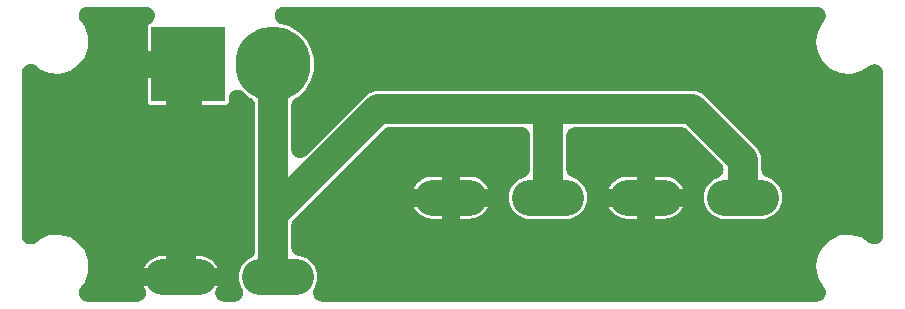
<source format=gbr>
G04 EAGLE Gerber RS-274X export*
G75*
%MOMM*%
%FSLAX34Y34*%
%LPD*%
%INTop Copper*%
%IPPOS*%
%AMOC8*
5,1,8,0,0,1.08239X$1,22.5*%
G01*
%ADD10C,3.048000*%
%ADD11R,6.350000X6.350000*%
%ADD12C,6.350000*%
%ADD13C,2.540000*%

G36*
X715161Y40281D02*
X715161Y40281D01*
X715450Y40288D01*
X715550Y40300D01*
X715652Y40306D01*
X715938Y40350D01*
X716224Y40386D01*
X716323Y40410D01*
X716423Y40425D01*
X716703Y40498D01*
X716984Y40564D01*
X717080Y40597D01*
X717178Y40623D01*
X717449Y40724D01*
X717722Y40818D01*
X717814Y40861D01*
X717909Y40897D01*
X718168Y41026D01*
X718430Y41147D01*
X718517Y41199D01*
X718608Y41244D01*
X718852Y41399D01*
X719100Y41546D01*
X719182Y41607D01*
X719268Y41661D01*
X719495Y41840D01*
X719727Y42012D01*
X719802Y42081D01*
X719882Y42144D01*
X720089Y42344D01*
X720302Y42539D01*
X720369Y42615D01*
X720443Y42686D01*
X720629Y42907D01*
X720820Y43123D01*
X720880Y43205D01*
X720945Y43283D01*
X721108Y43522D01*
X721276Y43756D01*
X721327Y43844D01*
X721384Y43928D01*
X721521Y44183D01*
X721665Y44433D01*
X721706Y44526D01*
X721755Y44615D01*
X721865Y44882D01*
X721983Y45146D01*
X722014Y45243D01*
X722053Y45337D01*
X722136Y45613D01*
X722226Y45888D01*
X722247Y45987D01*
X722276Y46084D01*
X722330Y46368D01*
X722391Y46650D01*
X722403Y46751D01*
X722422Y46851D01*
X722446Y47139D01*
X722478Y47426D01*
X722479Y47528D01*
X722488Y47629D01*
X722483Y47917D01*
X722485Y48206D01*
X722476Y48308D01*
X722474Y48409D01*
X722439Y48696D01*
X722412Y48983D01*
X722393Y49083D01*
X722380Y49184D01*
X722317Y49465D01*
X722260Y49749D01*
X722231Y49846D01*
X722208Y49945D01*
X722116Y50219D01*
X722031Y50495D01*
X721991Y50589D01*
X721959Y50685D01*
X721839Y50948D01*
X721726Y51214D01*
X721678Y51302D01*
X721635Y51395D01*
X721489Y51645D01*
X721350Y51897D01*
X721292Y51981D01*
X721241Y52069D01*
X721070Y52302D01*
X720906Y52539D01*
X720839Y52616D01*
X720779Y52698D01*
X720586Y52912D01*
X720398Y53132D01*
X720303Y53225D01*
X720256Y53277D01*
X720187Y53339D01*
X720046Y53477D01*
X715806Y61314D01*
X714340Y70100D01*
X715806Y78886D01*
X720046Y86721D01*
X726599Y92754D01*
X734757Y96332D01*
X743635Y97068D01*
X752270Y94881D01*
X759448Y90192D01*
X759555Y90129D01*
X759659Y90059D01*
X759893Y89932D01*
X760122Y89799D01*
X760235Y89748D01*
X760345Y89688D01*
X760591Y89587D01*
X760833Y89477D01*
X760951Y89438D01*
X761067Y89390D01*
X761322Y89314D01*
X761573Y89230D01*
X761695Y89203D01*
X761815Y89167D01*
X762076Y89117D01*
X762335Y89059D01*
X762459Y89045D01*
X762581Y89022D01*
X762846Y88999D01*
X763110Y88968D01*
X763235Y88966D01*
X763359Y88955D01*
X763624Y88960D01*
X763890Y88956D01*
X764015Y88967D01*
X764139Y88969D01*
X764403Y89001D01*
X764668Y89024D01*
X764791Y89048D01*
X764914Y89063D01*
X765173Y89121D01*
X765434Y89171D01*
X765554Y89207D01*
X765675Y89235D01*
X765927Y89320D01*
X766182Y89396D01*
X766297Y89444D01*
X766415Y89484D01*
X766657Y89594D01*
X766902Y89697D01*
X767012Y89756D01*
X767125Y89808D01*
X767355Y89942D01*
X767588Y90069D01*
X767691Y90139D01*
X767799Y90202D01*
X768013Y90360D01*
X768232Y90510D01*
X768328Y90590D01*
X768428Y90664D01*
X768625Y90842D01*
X768828Y91014D01*
X768915Y91104D01*
X769007Y91187D01*
X769185Y91384D01*
X769369Y91576D01*
X769446Y91674D01*
X769530Y91767D01*
X769686Y91981D01*
X769850Y92191D01*
X769916Y92297D01*
X769990Y92397D01*
X770124Y92627D01*
X770265Y92852D01*
X770320Y92964D01*
X770383Y93071D01*
X770493Y93314D01*
X770611Y93552D01*
X770654Y93668D01*
X770706Y93782D01*
X770790Y94034D01*
X770883Y94283D01*
X770914Y94404D01*
X770954Y94522D01*
X771012Y94781D01*
X771079Y95039D01*
X771098Y95162D01*
X771125Y95284D01*
X771156Y95547D01*
X771196Y95810D01*
X771202Y95935D01*
X771217Y96059D01*
X771234Y96570D01*
X771234Y233630D01*
X771228Y233754D01*
X771230Y233879D01*
X771208Y234144D01*
X771194Y234409D01*
X771175Y234532D01*
X771165Y234657D01*
X771116Y234918D01*
X771075Y235180D01*
X771043Y235301D01*
X771020Y235424D01*
X770944Y235678D01*
X770877Y235935D01*
X770833Y236052D01*
X770798Y236172D01*
X770696Y236417D01*
X770603Y236666D01*
X770548Y236778D01*
X770500Y236893D01*
X770374Y237127D01*
X770256Y237365D01*
X770189Y237471D01*
X770130Y237580D01*
X769981Y237800D01*
X769839Y238025D01*
X769762Y238123D01*
X769692Y238226D01*
X769521Y238429D01*
X769356Y238639D01*
X769270Y238728D01*
X769190Y238824D01*
X768999Y239008D01*
X768814Y239200D01*
X768718Y239280D01*
X768629Y239367D01*
X768420Y239531D01*
X768217Y239702D01*
X768114Y239772D01*
X768016Y239850D01*
X767791Y239992D01*
X767572Y240141D01*
X767462Y240200D01*
X767356Y240267D01*
X767119Y240386D01*
X766885Y240512D01*
X766769Y240559D01*
X766658Y240615D01*
X766409Y240708D01*
X766163Y240810D01*
X766044Y240846D01*
X765927Y240890D01*
X765670Y240957D01*
X765416Y241033D01*
X765293Y241056D01*
X765172Y241088D01*
X764910Y241129D01*
X764649Y241178D01*
X764525Y241189D01*
X764401Y241208D01*
X764135Y241222D01*
X763871Y241245D01*
X763747Y241242D01*
X763622Y241249D01*
X763356Y241236D01*
X763091Y241231D01*
X762967Y241216D01*
X762842Y241210D01*
X762579Y241169D01*
X762316Y241137D01*
X762194Y241110D01*
X762071Y241091D01*
X761814Y241024D01*
X761555Y240965D01*
X761436Y240925D01*
X761316Y240894D01*
X761067Y240801D01*
X760815Y240716D01*
X760701Y240664D01*
X760585Y240620D01*
X760347Y240503D01*
X760105Y240392D01*
X759997Y240329D01*
X759885Y240274D01*
X759448Y240008D01*
X752270Y235319D01*
X743635Y233132D01*
X734757Y233868D01*
X726599Y237446D01*
X720046Y243479D01*
X715806Y251314D01*
X714340Y260100D01*
X715806Y268886D01*
X720047Y276724D01*
X720235Y276915D01*
X720443Y277116D01*
X720508Y277194D01*
X720579Y277267D01*
X720759Y277492D01*
X720945Y277713D01*
X721003Y277797D01*
X721066Y277877D01*
X721221Y278119D01*
X721384Y278359D01*
X721433Y278448D01*
X721487Y278534D01*
X721617Y278791D01*
X721755Y279045D01*
X721794Y279140D01*
X721840Y279230D01*
X721943Y279499D01*
X722053Y279767D01*
X722082Y279864D01*
X722119Y279959D01*
X722194Y280238D01*
X722276Y280515D01*
X722295Y280615D01*
X722322Y280713D01*
X722368Y280998D01*
X722422Y281281D01*
X722430Y281383D01*
X722446Y281483D01*
X722463Y281772D01*
X722488Y282059D01*
X722486Y282161D01*
X722492Y282262D01*
X722479Y282551D01*
X722474Y282839D01*
X722462Y282940D01*
X722457Y283042D01*
X722415Y283328D01*
X722380Y283614D01*
X722358Y283713D01*
X722343Y283814D01*
X722272Y284094D01*
X722208Y284375D01*
X722176Y284472D01*
X722151Y284570D01*
X722051Y284842D01*
X721959Y285115D01*
X721917Y285208D01*
X721882Y285303D01*
X721755Y285562D01*
X721635Y285825D01*
X721584Y285913D01*
X721539Y286004D01*
X721387Y286250D01*
X721241Y286499D01*
X721181Y286581D01*
X721127Y286667D01*
X720950Y286895D01*
X720779Y287128D01*
X720711Y287204D01*
X720649Y287284D01*
X720449Y287493D01*
X720256Y287707D01*
X720180Y287775D01*
X720110Y287849D01*
X719890Y288037D01*
X719676Y288230D01*
X719594Y288289D01*
X719516Y288356D01*
X719278Y288520D01*
X719046Y288690D01*
X718958Y288741D01*
X718874Y288799D01*
X718621Y288938D01*
X718372Y289083D01*
X718279Y289125D01*
X718190Y289174D01*
X717924Y289286D01*
X717661Y289406D01*
X717564Y289438D01*
X717471Y289478D01*
X717194Y289562D01*
X716921Y289654D01*
X716822Y289676D01*
X716724Y289706D01*
X716441Y289762D01*
X716159Y289825D01*
X716058Y289837D01*
X715959Y289856D01*
X715671Y289883D01*
X715384Y289917D01*
X715252Y289921D01*
X715181Y289928D01*
X715088Y289927D01*
X714873Y289934D01*
X263558Y289934D01*
X263384Y289925D01*
X263210Y289926D01*
X262995Y289905D01*
X262778Y289894D01*
X262606Y289868D01*
X262433Y289851D01*
X262221Y289808D01*
X262007Y289775D01*
X261838Y289731D01*
X261668Y289696D01*
X261461Y289632D01*
X261252Y289577D01*
X261089Y289516D01*
X260923Y289464D01*
X260724Y289379D01*
X260521Y289303D01*
X260365Y289226D01*
X260205Y289157D01*
X260016Y289052D01*
X259822Y288956D01*
X259675Y288863D01*
X259523Y288778D01*
X259346Y288655D01*
X259162Y288539D01*
X259025Y288431D01*
X258883Y288332D01*
X258719Y288191D01*
X258549Y288056D01*
X258424Y287935D01*
X258292Y287822D01*
X258144Y287665D01*
X257988Y287514D01*
X257875Y287381D01*
X257756Y287254D01*
X257625Y287083D01*
X257485Y286917D01*
X257387Y286773D01*
X257281Y286635D01*
X257168Y286451D01*
X257046Y286272D01*
X256963Y286118D01*
X256872Y285970D01*
X256778Y285775D01*
X256676Y285585D01*
X256609Y285424D01*
X256534Y285267D01*
X256460Y285064D01*
X256377Y284863D01*
X256327Y284697D01*
X256268Y284533D01*
X256216Y284323D01*
X256154Y284116D01*
X256122Y283945D01*
X256080Y283776D01*
X256049Y283561D01*
X256009Y283349D01*
X255994Y283175D01*
X255969Y283003D01*
X255961Y282787D01*
X255943Y282571D01*
X255946Y282397D01*
X255939Y282223D01*
X255953Y282007D01*
X255956Y281791D01*
X255977Y281618D01*
X255988Y281444D01*
X256024Y281231D01*
X256050Y281016D01*
X256088Y280846D01*
X256117Y280675D01*
X256174Y280466D01*
X256222Y280255D01*
X256278Y280090D01*
X256324Y279922D01*
X256402Y279720D01*
X256471Y279515D01*
X256544Y279357D01*
X256607Y279195D01*
X256705Y279002D01*
X256795Y278805D01*
X256883Y278654D01*
X256962Y278500D01*
X257080Y278318D01*
X257190Y278131D01*
X257292Y277991D01*
X257387Y277845D01*
X257523Y277676D01*
X257651Y277502D01*
X257768Y277373D01*
X257877Y277237D01*
X258029Y277084D01*
X258174Y276923D01*
X258304Y276807D01*
X258426Y276683D01*
X258594Y276545D01*
X258754Y276401D01*
X258895Y276298D01*
X259029Y276188D01*
X259210Y276068D01*
X259385Y275940D01*
X259535Y275852D01*
X259680Y275756D01*
X259871Y275656D01*
X260059Y275547D01*
X260217Y275475D01*
X260371Y275394D01*
X260572Y275314D01*
X260769Y275224D01*
X260935Y275169D01*
X261096Y275104D01*
X261433Y275002D01*
X261509Y274976D01*
X261539Y274970D01*
X261586Y274955D01*
X267936Y273254D01*
X275755Y268739D01*
X282139Y262355D01*
X286654Y254536D01*
X288991Y245815D01*
X288991Y236785D01*
X286654Y228064D01*
X282139Y220245D01*
X275755Y213861D01*
X273750Y212703D01*
X273566Y212584D01*
X273376Y212473D01*
X273239Y212372D01*
X273095Y212279D01*
X272924Y212141D01*
X272747Y212011D01*
X272620Y211897D01*
X272487Y211790D01*
X272331Y211635D01*
X272168Y211488D01*
X272054Y211361D01*
X271932Y211241D01*
X271793Y211071D01*
X271645Y210908D01*
X271545Y210770D01*
X271436Y210638D01*
X271315Y210455D01*
X271185Y210278D01*
X271099Y210130D01*
X271005Y209988D01*
X270903Y209794D01*
X270792Y209604D01*
X270721Y209448D01*
X270642Y209297D01*
X270560Y209093D01*
X270469Y208893D01*
X270415Y208731D01*
X270351Y208573D01*
X270291Y208361D01*
X270221Y208153D01*
X270184Y207987D01*
X270137Y207822D01*
X270098Y207606D01*
X270050Y207391D01*
X270030Y207222D01*
X270000Y207054D01*
X269984Y206834D01*
X269958Y206616D01*
X269950Y206371D01*
X269943Y206275D01*
X269944Y206214D01*
X269941Y206105D01*
X269941Y169489D01*
X269947Y169358D01*
X269945Y169227D01*
X269967Y168969D01*
X269981Y168709D01*
X270001Y168580D01*
X270012Y168449D01*
X270060Y168195D01*
X270100Y167938D01*
X270133Y167811D01*
X270158Y167682D01*
X270232Y167434D01*
X270298Y167183D01*
X270344Y167060D01*
X270382Y166934D01*
X270481Y166695D01*
X270572Y166452D01*
X270630Y166335D01*
X270681Y166214D01*
X270804Y165985D01*
X270919Y165753D01*
X270989Y165643D01*
X271052Y165527D01*
X271198Y165313D01*
X271336Y165094D01*
X271417Y164990D01*
X271491Y164882D01*
X271658Y164684D01*
X271819Y164480D01*
X271910Y164386D01*
X271994Y164285D01*
X272181Y164106D01*
X272361Y163919D01*
X272462Y163834D01*
X272556Y163743D01*
X272760Y163583D01*
X272958Y163416D01*
X273067Y163342D01*
X273170Y163261D01*
X273389Y163123D01*
X273603Y162977D01*
X273719Y162915D01*
X273830Y162845D01*
X274062Y162730D01*
X274290Y162607D01*
X274412Y162557D01*
X274529Y162498D01*
X274772Y162408D01*
X275012Y162308D01*
X275138Y162271D01*
X275260Y162225D01*
X275511Y162160D01*
X275759Y162085D01*
X275889Y162061D01*
X276015Y162028D01*
X276271Y161988D01*
X276526Y161940D01*
X276657Y161929D01*
X276787Y161909D01*
X277046Y161896D01*
X277304Y161874D01*
X277435Y161876D01*
X277566Y161870D01*
X277825Y161883D01*
X278084Y161888D01*
X278215Y161903D01*
X278346Y161910D01*
X278602Y161950D01*
X278859Y161981D01*
X278987Y162010D01*
X279117Y162030D01*
X279367Y162096D01*
X279620Y162153D01*
X279745Y162195D01*
X279872Y162229D01*
X280115Y162320D01*
X280360Y162403D01*
X280479Y162457D01*
X280602Y162503D01*
X280834Y162619D01*
X281070Y162726D01*
X281184Y162793D01*
X281301Y162851D01*
X281520Y162990D01*
X281744Y163121D01*
X281849Y163198D01*
X281960Y163269D01*
X282164Y163429D01*
X282373Y163582D01*
X282470Y163670D01*
X282574Y163752D01*
X282948Y164101D01*
X329608Y210762D01*
X334967Y216120D01*
X340568Y218441D01*
X612632Y218441D01*
X618233Y216120D01*
X660061Y174292D01*
X660062Y174292D01*
X660066Y174288D01*
X660066Y174287D01*
X665420Y168933D01*
X667741Y163332D01*
X667741Y152746D01*
X667758Y152419D01*
X667769Y152091D01*
X667778Y152029D01*
X667781Y151967D01*
X667831Y151642D01*
X667876Y151318D01*
X667891Y151257D01*
X667900Y151196D01*
X667983Y150879D01*
X668061Y150560D01*
X668082Y150501D01*
X668098Y150441D01*
X668213Y150134D01*
X668323Y149825D01*
X668350Y149768D01*
X668372Y149710D01*
X668518Y149416D01*
X668659Y149120D01*
X668691Y149067D01*
X668719Y149011D01*
X668894Y148734D01*
X669065Y148454D01*
X669103Y148404D01*
X669136Y148351D01*
X669339Y148093D01*
X669537Y147832D01*
X669580Y147787D01*
X669619Y147738D01*
X669847Y147502D01*
X670070Y147262D01*
X670118Y147221D01*
X670161Y147177D01*
X670412Y146966D01*
X670659Y146750D01*
X670710Y146714D01*
X670758Y146674D01*
X671029Y146489D01*
X671297Y146301D01*
X671352Y146270D01*
X671403Y146235D01*
X671692Y146079D01*
X671978Y145919D01*
X672050Y145886D01*
X672090Y145864D01*
X672176Y145829D01*
X672444Y145707D01*
X677812Y143484D01*
X682814Y138482D01*
X685521Y131947D01*
X685521Y124873D01*
X682814Y118338D01*
X677812Y113336D01*
X671277Y110629D01*
X633723Y110629D01*
X627188Y113336D01*
X622186Y118338D01*
X619479Y124873D01*
X619479Y131947D01*
X622186Y138482D01*
X627188Y143484D01*
X631201Y145146D01*
X631379Y145231D01*
X631561Y145306D01*
X631731Y145398D01*
X631906Y145481D01*
X632074Y145583D01*
X632248Y145677D01*
X632408Y145787D01*
X632573Y145887D01*
X632730Y146006D01*
X632893Y146117D01*
X633040Y146241D01*
X633195Y146359D01*
X633339Y146493D01*
X633489Y146620D01*
X633624Y146759D01*
X633765Y146891D01*
X633895Y147040D01*
X634031Y147181D01*
X634151Y147334D01*
X634278Y147480D01*
X634392Y147641D01*
X634513Y147795D01*
X634616Y147959D01*
X634728Y148117D01*
X634825Y148289D01*
X634929Y148456D01*
X635015Y148629D01*
X635110Y148798D01*
X635189Y148978D01*
X635276Y149155D01*
X635344Y149336D01*
X635421Y149514D01*
X635481Y149701D01*
X635550Y149886D01*
X635598Y150073D01*
X635657Y150258D01*
X635697Y150450D01*
X635747Y150641D01*
X635776Y150833D01*
X635816Y151022D01*
X635836Y151218D01*
X635866Y151412D01*
X635875Y151606D01*
X635895Y151798D01*
X635895Y151995D01*
X635905Y152192D01*
X635895Y152385D01*
X635895Y152579D01*
X635875Y152775D01*
X635864Y152971D01*
X635835Y153162D01*
X635815Y153355D01*
X635774Y153548D01*
X635744Y153742D01*
X635695Y153930D01*
X635655Y154119D01*
X635596Y154307D01*
X635546Y154497D01*
X635478Y154679D01*
X635419Y154863D01*
X635340Y155043D01*
X635271Y155228D01*
X635185Y155401D01*
X635108Y155579D01*
X635011Y155750D01*
X634923Y155926D01*
X634820Y156090D01*
X634725Y156259D01*
X634611Y156419D01*
X634506Y156586D01*
X634386Y156738D01*
X634274Y156896D01*
X634145Y157045D01*
X634023Y157199D01*
X633822Y157414D01*
X633761Y157484D01*
X633727Y157516D01*
X633673Y157573D01*
X605519Y185728D01*
X605516Y185730D01*
X605514Y185732D01*
X605221Y185996D01*
X604939Y186251D01*
X604937Y186252D01*
X604934Y186255D01*
X604623Y186482D01*
X604309Y186711D01*
X604307Y186713D01*
X604304Y186715D01*
X603977Y186906D01*
X603636Y187105D01*
X603633Y187107D01*
X603630Y187108D01*
X603280Y187267D01*
X602925Y187428D01*
X602922Y187429D01*
X602919Y187431D01*
X602561Y187551D01*
X602185Y187677D01*
X602182Y187678D01*
X602179Y187679D01*
X601818Y187760D01*
X601424Y187849D01*
X601421Y187849D01*
X601418Y187850D01*
X601052Y187893D01*
X600649Y187942D01*
X600646Y187942D01*
X600643Y187942D01*
X600131Y187959D01*
X510360Y187959D01*
X510098Y187946D01*
X509836Y187941D01*
X509709Y187926D01*
X509581Y187919D01*
X509321Y187879D01*
X509061Y187848D01*
X508936Y187819D01*
X508809Y187800D01*
X508555Y187733D01*
X508300Y187675D01*
X508178Y187634D01*
X508054Y187602D01*
X507808Y187510D01*
X507560Y187426D01*
X507443Y187373D01*
X507323Y187328D01*
X507089Y187211D01*
X506850Y187103D01*
X506739Y187038D01*
X506625Y186981D01*
X506403Y186841D01*
X506176Y186708D01*
X506073Y186632D01*
X505965Y186564D01*
X505758Y186402D01*
X505547Y186247D01*
X505452Y186161D01*
X505351Y186081D01*
X505162Y185899D01*
X504968Y185723D01*
X504882Y185628D01*
X504790Y185539D01*
X504621Y185338D01*
X504445Y185143D01*
X504370Y185040D01*
X504287Y184942D01*
X504140Y184725D01*
X503985Y184513D01*
X503921Y184403D01*
X503849Y184297D01*
X503724Y184065D01*
X503592Y183839D01*
X503539Y183722D01*
X503478Y183610D01*
X503378Y183367D01*
X503269Y183128D01*
X503229Y183007D01*
X503180Y182888D01*
X503104Y182637D01*
X503021Y182388D01*
X502993Y182263D01*
X502957Y182141D01*
X502908Y181882D01*
X502850Y181627D01*
X502835Y181500D01*
X502811Y181374D01*
X502789Y181112D01*
X502758Y180852D01*
X502752Y180680D01*
X502745Y180596D01*
X502747Y180512D01*
X502741Y180340D01*
X502741Y152746D01*
X502758Y152419D01*
X502769Y152091D01*
X502778Y152029D01*
X502781Y151967D01*
X502831Y151642D01*
X502876Y151318D01*
X502891Y151257D01*
X502900Y151196D01*
X502983Y150879D01*
X503061Y150560D01*
X503082Y150501D01*
X503098Y150441D01*
X503213Y150134D01*
X503323Y149825D01*
X503350Y149768D01*
X503372Y149710D01*
X503518Y149416D01*
X503659Y149120D01*
X503691Y149067D01*
X503719Y149011D01*
X503894Y148734D01*
X504065Y148454D01*
X504103Y148404D01*
X504136Y148351D01*
X504339Y148093D01*
X504537Y147832D01*
X504580Y147787D01*
X504619Y147738D01*
X504847Y147502D01*
X505070Y147262D01*
X505118Y147221D01*
X505161Y147177D01*
X505412Y146966D01*
X505659Y146750D01*
X505710Y146714D01*
X505758Y146674D01*
X506029Y146489D01*
X506297Y146301D01*
X506352Y146270D01*
X506403Y146235D01*
X506692Y146079D01*
X506978Y145919D01*
X507050Y145886D01*
X507090Y145864D01*
X507176Y145829D01*
X507444Y145707D01*
X512812Y143484D01*
X517814Y138482D01*
X520521Y131947D01*
X520521Y124873D01*
X517814Y118338D01*
X512812Y113336D01*
X506277Y110629D01*
X468723Y110629D01*
X462188Y113336D01*
X457186Y118338D01*
X454479Y124873D01*
X454479Y131947D01*
X457186Y138482D01*
X462188Y143484D01*
X467556Y145707D01*
X467852Y145848D01*
X468150Y145984D01*
X468204Y146016D01*
X468261Y146042D01*
X468540Y146212D01*
X468824Y146379D01*
X468874Y146415D01*
X468927Y146448D01*
X469189Y146646D01*
X469453Y146840D01*
X469500Y146882D01*
X469549Y146920D01*
X469789Y147143D01*
X470032Y147363D01*
X470074Y147410D01*
X470120Y147452D01*
X470335Y147700D01*
X470555Y147943D01*
X470591Y147994D01*
X470632Y148041D01*
X470822Y148309D01*
X471015Y148573D01*
X471046Y148627D01*
X471082Y148678D01*
X471243Y148964D01*
X471408Y149247D01*
X471434Y149305D01*
X471465Y149359D01*
X471595Y149659D01*
X471731Y149958D01*
X471751Y150018D01*
X471775Y150075D01*
X471874Y150387D01*
X471979Y150698D01*
X471993Y150759D01*
X472011Y150819D01*
X472078Y151139D01*
X472150Y151460D01*
X472157Y151522D01*
X472170Y151583D01*
X472203Y151908D01*
X472242Y152235D01*
X472245Y152313D01*
X472249Y152359D01*
X472249Y152453D01*
X472259Y152746D01*
X472259Y180340D01*
X472246Y180602D01*
X472241Y180864D01*
X472226Y180991D01*
X472219Y181119D01*
X472179Y181379D01*
X472148Y181639D01*
X472119Y181764D01*
X472100Y181891D01*
X472033Y182145D01*
X471975Y182400D01*
X471934Y182522D01*
X471902Y182646D01*
X471810Y182892D01*
X471726Y183140D01*
X471673Y183257D01*
X471628Y183377D01*
X471511Y183611D01*
X471403Y183850D01*
X471338Y183961D01*
X471281Y184075D01*
X471141Y184297D01*
X471008Y184524D01*
X470932Y184627D01*
X470864Y184735D01*
X470702Y184942D01*
X470547Y185153D01*
X470461Y185248D01*
X470381Y185349D01*
X470199Y185538D01*
X470023Y185732D01*
X469928Y185818D01*
X469839Y185910D01*
X469638Y186079D01*
X469443Y186255D01*
X469340Y186330D01*
X469242Y186413D01*
X469025Y186560D01*
X468813Y186715D01*
X468703Y186779D01*
X468597Y186851D01*
X468365Y186976D01*
X468139Y187108D01*
X468022Y187161D01*
X467910Y187222D01*
X467667Y187322D01*
X467428Y187431D01*
X467307Y187471D01*
X467188Y187520D01*
X466937Y187596D01*
X466688Y187679D01*
X466563Y187707D01*
X466441Y187743D01*
X466182Y187792D01*
X465927Y187850D01*
X465800Y187865D01*
X465674Y187889D01*
X465412Y187911D01*
X465152Y187942D01*
X464980Y187948D01*
X464896Y187955D01*
X464812Y187953D01*
X464640Y187959D01*
X353069Y187959D01*
X353066Y187959D01*
X353063Y187959D01*
X352677Y187939D01*
X352289Y187919D01*
X352286Y187919D01*
X352283Y187919D01*
X351916Y187861D01*
X351518Y187800D01*
X351515Y187799D01*
X351512Y187798D01*
X351145Y187702D01*
X350763Y187602D01*
X350760Y187601D01*
X350757Y187600D01*
X350391Y187462D01*
X350032Y187328D01*
X350030Y187327D01*
X350027Y187326D01*
X349671Y187149D01*
X349333Y186981D01*
X349331Y186979D01*
X349328Y186978D01*
X348996Y186768D01*
X348674Y186564D01*
X348671Y186562D01*
X348669Y186560D01*
X348363Y186319D01*
X348060Y186081D01*
X348058Y186079D01*
X348055Y186077D01*
X347681Y185728D01*
X272172Y110219D01*
X272170Y110216D01*
X272168Y110214D01*
X271902Y109919D01*
X271649Y109639D01*
X271648Y109637D01*
X271645Y109634D01*
X271419Y109325D01*
X271189Y109009D01*
X271187Y109007D01*
X271185Y109004D01*
X270987Y108664D01*
X270795Y108336D01*
X270793Y108333D01*
X270792Y108330D01*
X270633Y107980D01*
X270472Y107625D01*
X270471Y107622D01*
X270469Y107619D01*
X270349Y107261D01*
X270223Y106885D01*
X270222Y106882D01*
X270221Y106879D01*
X270138Y106511D01*
X270051Y106124D01*
X270051Y106121D01*
X270050Y106118D01*
X270005Y105741D01*
X269958Y105349D01*
X269958Y105346D01*
X269958Y105343D01*
X269941Y104831D01*
X269941Y86500D01*
X269954Y86238D01*
X269959Y85976D01*
X269974Y85849D01*
X269981Y85721D01*
X270021Y85461D01*
X270052Y85201D01*
X270081Y85076D01*
X270100Y84949D01*
X270167Y84695D01*
X270225Y84440D01*
X270266Y84318D01*
X270298Y84194D01*
X270390Y83948D01*
X270474Y83700D01*
X270527Y83583D01*
X270572Y83463D01*
X270689Y83229D01*
X270797Y82990D01*
X270862Y82879D01*
X270919Y82765D01*
X271059Y82543D01*
X271192Y82316D01*
X271268Y82213D01*
X271336Y82105D01*
X271498Y81898D01*
X271653Y81687D01*
X271739Y81592D01*
X271819Y81491D01*
X272001Y81302D01*
X272177Y81108D01*
X272272Y81022D01*
X272361Y80930D01*
X272562Y80761D01*
X272757Y80585D01*
X272860Y80510D01*
X272958Y80427D01*
X273175Y80280D01*
X273387Y80125D01*
X273497Y80061D01*
X273603Y79989D01*
X273835Y79864D01*
X274061Y79732D01*
X274178Y79679D01*
X274290Y79618D01*
X274533Y79518D01*
X274772Y79409D01*
X274893Y79369D01*
X275012Y79320D01*
X275263Y79244D01*
X275512Y79161D01*
X275637Y79133D01*
X275759Y79097D01*
X276018Y79048D01*
X276273Y78990D01*
X276400Y78975D01*
X276526Y78951D01*
X276788Y78929D01*
X277048Y78898D01*
X277220Y78892D01*
X277304Y78885D01*
X277388Y78887D01*
X277560Y78881D01*
X277577Y78881D01*
X284112Y76174D01*
X289114Y71172D01*
X291821Y64637D01*
X291821Y57563D01*
X289020Y50801D01*
X288954Y50615D01*
X288878Y50433D01*
X288823Y50248D01*
X288758Y50065D01*
X288712Y49874D01*
X288655Y49685D01*
X288619Y49495D01*
X288574Y49307D01*
X288547Y49112D01*
X288510Y48919D01*
X288494Y48726D01*
X288467Y48534D01*
X288461Y48337D01*
X288444Y48141D01*
X288447Y47948D01*
X288441Y47754D01*
X288454Y47557D01*
X288458Y47361D01*
X288481Y47168D01*
X288494Y46975D01*
X288528Y46781D01*
X288551Y46586D01*
X288594Y46397D01*
X288627Y46206D01*
X288680Y46017D01*
X288724Y45825D01*
X288785Y45641D01*
X288838Y45455D01*
X288910Y45271D01*
X288973Y45085D01*
X289053Y44909D01*
X289124Y44729D01*
X289215Y44554D01*
X289296Y44375D01*
X289395Y44207D01*
X289484Y44036D01*
X289591Y43871D01*
X289691Y43701D01*
X289806Y43545D01*
X289912Y43383D01*
X290036Y43231D01*
X290152Y43072D01*
X290282Y42928D01*
X290405Y42778D01*
X290544Y42639D01*
X290676Y42493D01*
X290820Y42363D01*
X290957Y42226D01*
X291110Y42102D01*
X291256Y41970D01*
X291412Y41856D01*
X291562Y41734D01*
X291727Y41626D01*
X291886Y41510D01*
X292053Y41413D01*
X292215Y41306D01*
X292390Y41216D01*
X292560Y41117D01*
X292736Y41037D01*
X292908Y40948D01*
X293092Y40876D01*
X293271Y40794D01*
X293454Y40733D01*
X293635Y40662D01*
X293824Y40609D01*
X294011Y40546D01*
X294199Y40504D01*
X294386Y40452D01*
X294580Y40418D01*
X294772Y40375D01*
X294964Y40352D01*
X295155Y40319D01*
X295352Y40306D01*
X295547Y40283D01*
X295841Y40273D01*
X295934Y40267D01*
X295980Y40268D01*
X296059Y40266D01*
X714873Y40266D01*
X715161Y40281D01*
G37*
G36*
X139423Y40269D02*
X139423Y40269D01*
X139480Y40267D01*
X139812Y40289D01*
X140145Y40306D01*
X140202Y40314D01*
X140259Y40318D01*
X140587Y40374D01*
X140916Y40425D01*
X140972Y40440D01*
X141028Y40449D01*
X141348Y40538D01*
X141671Y40623D01*
X141725Y40643D01*
X141780Y40658D01*
X142089Y40780D01*
X142402Y40897D01*
X142453Y40922D01*
X142507Y40943D01*
X142803Y41096D01*
X143101Y41244D01*
X143149Y41275D01*
X143200Y41301D01*
X143480Y41484D01*
X143761Y41661D01*
X143806Y41697D01*
X143854Y41728D01*
X144113Y41938D01*
X144374Y42144D01*
X144416Y42183D01*
X144460Y42219D01*
X144695Y42454D01*
X144936Y42686D01*
X144973Y42730D01*
X145013Y42770D01*
X145223Y43028D01*
X145438Y43283D01*
X145470Y43330D01*
X145507Y43375D01*
X145690Y43653D01*
X145877Y43928D01*
X145904Y43979D01*
X145936Y44027D01*
X146089Y44322D01*
X146248Y44615D01*
X146270Y44668D01*
X146296Y44719D01*
X146419Y45029D01*
X146546Y45337D01*
X146562Y45391D01*
X146584Y45445D01*
X146674Y45765D01*
X146769Y46084D01*
X146780Y46141D01*
X146795Y46196D01*
X146852Y46523D01*
X146914Y46851D01*
X146919Y46909D01*
X146929Y46965D01*
X146952Y47297D01*
X146981Y47629D01*
X146980Y47686D01*
X146984Y47743D01*
X146973Y48076D01*
X146967Y48409D01*
X146960Y48466D01*
X146958Y48523D01*
X146913Y48854D01*
X146873Y49184D01*
X146861Y49240D01*
X146853Y49297D01*
X146774Y49621D01*
X146701Y49945D01*
X146683Y50000D01*
X146669Y50055D01*
X146558Y50370D01*
X146452Y50685D01*
X146428Y50737D01*
X146409Y50791D01*
X146267Y51091D01*
X146128Y51395D01*
X146099Y51445D01*
X146075Y51496D01*
X145817Y51939D01*
X145473Y52486D01*
X144994Y53481D01*
X207606Y53481D01*
X207127Y52486D01*
X206783Y51939D01*
X206755Y51889D01*
X206723Y51841D01*
X206565Y51548D01*
X206402Y51258D01*
X206380Y51205D01*
X206352Y51155D01*
X206225Y50847D01*
X206093Y50541D01*
X206076Y50486D01*
X206054Y50433D01*
X205959Y50115D01*
X205859Y49796D01*
X205847Y49740D01*
X205831Y49685D01*
X205769Y49358D01*
X205702Y49032D01*
X205696Y48975D01*
X205686Y48919D01*
X205657Y48587D01*
X205624Y48255D01*
X205624Y48198D01*
X205619Y48141D01*
X205625Y47809D01*
X205626Y47475D01*
X205632Y47418D01*
X205633Y47361D01*
X205673Y47031D01*
X205708Y46699D01*
X205720Y46642D01*
X205727Y46586D01*
X205800Y46262D01*
X205869Y45935D01*
X205886Y45880D01*
X205899Y45825D01*
X206005Y45509D01*
X206107Y45192D01*
X206130Y45139D01*
X206148Y45085D01*
X206287Y44781D01*
X206420Y44477D01*
X206448Y44427D01*
X206472Y44375D01*
X206641Y44086D01*
X206804Y43797D01*
X206838Y43751D01*
X206866Y43701D01*
X207063Y43433D01*
X207256Y43161D01*
X207294Y43118D01*
X207328Y43072D01*
X207551Y42825D01*
X207771Y42574D01*
X207813Y42535D01*
X207851Y42493D01*
X208099Y42270D01*
X208343Y42043D01*
X208389Y42009D01*
X208431Y41970D01*
X208700Y41774D01*
X208966Y41574D01*
X209015Y41544D01*
X209061Y41510D01*
X209349Y41342D01*
X209634Y41170D01*
X209686Y41145D01*
X209735Y41117D01*
X210039Y40979D01*
X210340Y40837D01*
X210394Y40818D01*
X210446Y40794D01*
X210762Y40688D01*
X211076Y40578D01*
X211132Y40564D01*
X211186Y40546D01*
X211512Y40473D01*
X211835Y40395D01*
X211892Y40388D01*
X211948Y40375D01*
X212278Y40336D01*
X212609Y40291D01*
X212666Y40290D01*
X212723Y40283D01*
X213234Y40266D01*
X221541Y40266D01*
X221738Y40276D01*
X221934Y40276D01*
X222127Y40296D01*
X222321Y40306D01*
X222515Y40336D01*
X222711Y40356D01*
X222901Y40396D01*
X223092Y40425D01*
X223282Y40475D01*
X223475Y40515D01*
X223659Y40574D01*
X223847Y40623D01*
X224031Y40692D01*
X224219Y40752D01*
X224396Y40829D01*
X224578Y40897D01*
X224754Y40985D01*
X224934Y41063D01*
X225103Y41158D01*
X225277Y41244D01*
X225443Y41349D01*
X225614Y41446D01*
X225772Y41558D01*
X225936Y41661D01*
X226091Y41783D01*
X226252Y41896D01*
X226397Y42024D01*
X226550Y42144D01*
X226692Y42281D01*
X226840Y42410D01*
X226972Y42551D01*
X227111Y42686D01*
X227238Y42837D01*
X227372Y42981D01*
X227489Y43135D01*
X227614Y43283D01*
X227724Y43446D01*
X227843Y43603D01*
X227944Y43768D01*
X228053Y43928D01*
X228146Y44102D01*
X228248Y44270D01*
X228331Y44445D01*
X228423Y44615D01*
X228498Y44797D01*
X228583Y44975D01*
X228647Y45158D01*
X228722Y45337D01*
X228778Y45525D01*
X228844Y45711D01*
X228889Y45899D01*
X228945Y46084D01*
X228981Y46278D01*
X229028Y46469D01*
X229054Y46661D01*
X229090Y46851D01*
X229107Y47048D01*
X229133Y47242D01*
X229140Y47436D01*
X229156Y47629D01*
X229153Y47826D01*
X229159Y48022D01*
X229146Y48216D01*
X229142Y48409D01*
X229119Y48605D01*
X229105Y48801D01*
X229072Y48992D01*
X229049Y49184D01*
X229005Y49376D01*
X228972Y49570D01*
X228919Y49756D01*
X228876Y49945D01*
X228814Y50132D01*
X228760Y50321D01*
X228657Y50597D01*
X228627Y50685D01*
X228608Y50727D01*
X228580Y50801D01*
X225779Y57563D01*
X225779Y64637D01*
X228486Y71172D01*
X233488Y76174D01*
X234756Y76699D01*
X235051Y76839D01*
X235350Y76976D01*
X235404Y77007D01*
X235461Y77034D01*
X235740Y77204D01*
X236024Y77370D01*
X236074Y77407D01*
X236127Y77440D01*
X236389Y77638D01*
X236653Y77832D01*
X236699Y77874D01*
X236749Y77911D01*
X236989Y78135D01*
X237232Y78355D01*
X237274Y78401D01*
X237320Y78444D01*
X237535Y78692D01*
X237755Y78935D01*
X237791Y78985D01*
X237832Y79032D01*
X238022Y79301D01*
X238215Y79565D01*
X238246Y79619D01*
X238282Y79670D01*
X238443Y79955D01*
X238608Y80239D01*
X238634Y80296D01*
X238665Y80351D01*
X238795Y80651D01*
X238931Y80950D01*
X238951Y81009D01*
X238975Y81066D01*
X239075Y81379D01*
X239179Y81690D01*
X239193Y81751D01*
X239211Y81810D01*
X239278Y82131D01*
X239350Y82451D01*
X239357Y82514D01*
X239370Y82575D01*
X239403Y82901D01*
X239442Y83226D01*
X239445Y83305D01*
X239449Y83351D01*
X239449Y83445D01*
X239459Y83738D01*
X239459Y206105D01*
X239448Y206324D01*
X239447Y206544D01*
X239428Y206714D01*
X239419Y206884D01*
X239386Y207101D01*
X239362Y207320D01*
X239326Y207487D01*
X239300Y207655D01*
X239244Y207868D01*
X239198Y208083D01*
X239145Y208245D01*
X239102Y208410D01*
X239025Y208617D01*
X238957Y208825D01*
X238888Y208981D01*
X238828Y209141D01*
X238730Y209338D01*
X238641Y209539D01*
X238557Y209688D01*
X238481Y209840D01*
X238363Y210026D01*
X238254Y210217D01*
X238155Y210356D01*
X238064Y210500D01*
X237928Y210673D01*
X237800Y210851D01*
X237687Y210979D01*
X237581Y211114D01*
X237429Y211271D01*
X237283Y211436D01*
X237158Y211552D01*
X237039Y211675D01*
X236871Y211816D01*
X236709Y211965D01*
X236573Y212067D01*
X236442Y212177D01*
X236260Y212301D01*
X236084Y212432D01*
X235876Y212562D01*
X235797Y212616D01*
X235742Y212645D01*
X235650Y212703D01*
X233645Y213861D01*
X229998Y217508D01*
X229900Y217596D01*
X229809Y217690D01*
X229610Y217857D01*
X229418Y218031D01*
X229312Y218108D01*
X229212Y218193D01*
X228997Y218339D01*
X228788Y218492D01*
X228675Y218558D01*
X228566Y218632D01*
X228338Y218755D01*
X228115Y218886D01*
X227995Y218940D01*
X227880Y219002D01*
X227640Y219102D01*
X227404Y219209D01*
X227280Y219251D01*
X227158Y219301D01*
X226909Y219375D01*
X226664Y219457D01*
X226537Y219486D01*
X226410Y219524D01*
X226156Y219572D01*
X225903Y219629D01*
X225773Y219645D01*
X225644Y219669D01*
X225386Y219691D01*
X225128Y219722D01*
X224997Y219724D01*
X224866Y219735D01*
X224607Y219731D01*
X224348Y219735D01*
X224217Y219724D01*
X224086Y219722D01*
X223828Y219690D01*
X223570Y219668D01*
X223441Y219644D01*
X223311Y219628D01*
X223058Y219571D01*
X222803Y219522D01*
X222678Y219485D01*
X222550Y219456D01*
X222304Y219373D01*
X222056Y219299D01*
X221934Y219248D01*
X221810Y219206D01*
X221574Y219099D01*
X221335Y219000D01*
X221219Y218937D01*
X221100Y218883D01*
X220876Y218752D01*
X220648Y218629D01*
X220540Y218555D01*
X220426Y218488D01*
X220217Y218335D01*
X220003Y218189D01*
X219903Y218104D01*
X219797Y218027D01*
X219605Y217853D01*
X219406Y217686D01*
X219315Y217592D01*
X219218Y217504D01*
X219044Y217311D01*
X218864Y217124D01*
X218783Y217021D01*
X218695Y216924D01*
X218543Y216714D01*
X218383Y216510D01*
X218313Y216399D01*
X218235Y216293D01*
X218104Y216070D01*
X217966Y215850D01*
X217908Y215733D01*
X217842Y215619D01*
X217735Y215383D01*
X217619Y215151D01*
X217574Y215028D01*
X217519Y214909D01*
X217437Y214663D01*
X217346Y214420D01*
X217313Y214293D01*
X217271Y214169D01*
X217214Y213916D01*
X217149Y213665D01*
X217129Y213535D01*
X217100Y213407D01*
X217070Y213150D01*
X217030Y212894D01*
X217023Y212762D01*
X217008Y212632D01*
X216991Y212120D01*
X216991Y209300D01*
X216893Y208809D01*
X216702Y208347D01*
X216424Y207930D01*
X216070Y207576D01*
X215653Y207298D01*
X215191Y207107D01*
X214700Y207009D01*
X194129Y207009D01*
X194129Y237490D01*
X194116Y237752D01*
X194111Y238014D01*
X194096Y238141D01*
X194089Y238269D01*
X194049Y238529D01*
X194018Y238789D01*
X193989Y238914D01*
X193970Y239041D01*
X193903Y239295D01*
X193845Y239550D01*
X193804Y239672D01*
X193772Y239796D01*
X193680Y240041D01*
X193596Y240290D01*
X193543Y240406D01*
X193498Y240526D01*
X193381Y240761D01*
X193273Y241000D01*
X193208Y241111D01*
X193151Y241225D01*
X193011Y241447D01*
X192878Y241673D01*
X192802Y241777D01*
X192734Y241885D01*
X192572Y242091D01*
X192417Y242303D01*
X192331Y242398D01*
X192251Y242499D01*
X192069Y242687D01*
X191893Y242882D01*
X191798Y242968D01*
X191709Y243060D01*
X191508Y243229D01*
X191313Y243404D01*
X191210Y243480D01*
X191112Y243562D01*
X190895Y243710D01*
X190683Y243865D01*
X190573Y243929D01*
X190467Y244001D01*
X190235Y244126D01*
X190009Y244258D01*
X189892Y244311D01*
X189780Y244372D01*
X189537Y244472D01*
X189298Y244581D01*
X189177Y244621D01*
X189058Y244670D01*
X188807Y244745D01*
X188558Y244829D01*
X188433Y244857D01*
X188311Y244893D01*
X188052Y244942D01*
X187797Y245000D01*
X187670Y245015D01*
X187544Y245039D01*
X187282Y245061D01*
X187022Y245092D01*
X186850Y245098D01*
X186766Y245105D01*
X186682Y245103D01*
X186510Y245109D01*
X186509Y245109D01*
X186509Y245110D01*
X186496Y245372D01*
X186491Y245634D01*
X186476Y245761D01*
X186469Y245889D01*
X186429Y246149D01*
X186397Y246409D01*
X186369Y246534D01*
X186350Y246661D01*
X186283Y246915D01*
X186225Y247170D01*
X186184Y247292D01*
X186152Y247416D01*
X186060Y247662D01*
X185976Y247910D01*
X185923Y248027D01*
X185878Y248147D01*
X185761Y248381D01*
X185652Y248620D01*
X185587Y248731D01*
X185531Y248845D01*
X185390Y249067D01*
X185258Y249294D01*
X185182Y249397D01*
X185114Y249505D01*
X184951Y249712D01*
X184796Y249923D01*
X184710Y250018D01*
X184631Y250119D01*
X184449Y250308D01*
X184273Y250502D01*
X184178Y250588D01*
X184089Y250680D01*
X183888Y250849D01*
X183693Y251025D01*
X183590Y251100D01*
X183492Y251183D01*
X183274Y251330D01*
X183063Y251485D01*
X182952Y251549D01*
X182846Y251621D01*
X182615Y251746D01*
X182389Y251878D01*
X182272Y251931D01*
X182159Y251992D01*
X181917Y252092D01*
X181678Y252201D01*
X181557Y252241D01*
X181438Y252290D01*
X181187Y252366D01*
X180938Y252449D01*
X180813Y252477D01*
X180690Y252513D01*
X180432Y252562D01*
X180177Y252620D01*
X180049Y252635D01*
X179923Y252659D01*
X179662Y252681D01*
X179402Y252712D01*
X179230Y252718D01*
X179146Y252725D01*
X179062Y252723D01*
X178890Y252729D01*
X148409Y252729D01*
X148409Y273300D01*
X148507Y273791D01*
X148698Y274253D01*
X148976Y274670D01*
X149330Y275024D01*
X149758Y275310D01*
X149805Y275327D01*
X150095Y275471D01*
X150389Y275611D01*
X150445Y275645D01*
X150504Y275674D01*
X150778Y275847D01*
X151056Y276016D01*
X151108Y276056D01*
X151164Y276091D01*
X151418Y276292D01*
X151677Y276488D01*
X151726Y276533D01*
X151777Y276574D01*
X152011Y276799D01*
X152248Y277021D01*
X152291Y277070D01*
X152338Y277116D01*
X152548Y277365D01*
X152761Y277609D01*
X152799Y277663D01*
X152841Y277713D01*
X153024Y277982D01*
X153211Y278247D01*
X153243Y278304D01*
X153280Y278359D01*
X153434Y278644D01*
X153593Y278927D01*
X153619Y278987D01*
X153650Y279045D01*
X153775Y279345D01*
X153904Y279643D01*
X153924Y279706D01*
X153949Y279767D01*
X154042Y280078D01*
X154140Y280387D01*
X154153Y280451D01*
X154172Y280515D01*
X154233Y280834D01*
X154298Y281151D01*
X154305Y281217D01*
X154317Y281281D01*
X154345Y281605D01*
X154378Y281928D01*
X154378Y281994D01*
X154383Y282059D01*
X154378Y282383D01*
X154378Y282708D01*
X154371Y282774D01*
X154370Y282839D01*
X154331Y283161D01*
X154297Y283485D01*
X154284Y283549D01*
X154276Y283614D01*
X154204Y283931D01*
X154138Y284249D01*
X154118Y284311D01*
X154104Y284375D01*
X154000Y284684D01*
X153902Y284992D01*
X153876Y285053D01*
X153855Y285115D01*
X153720Y285411D01*
X153590Y285708D01*
X153558Y285765D01*
X153531Y285825D01*
X153366Y286106D01*
X153208Y286388D01*
X153170Y286442D01*
X153136Y286499D01*
X152944Y286761D01*
X152757Y287026D01*
X152714Y287075D01*
X152675Y287128D01*
X152457Y287369D01*
X152244Y287613D01*
X152196Y287658D01*
X152152Y287707D01*
X151911Y287924D01*
X151673Y288146D01*
X151620Y288186D01*
X151572Y288230D01*
X151310Y288421D01*
X151051Y288617D01*
X150994Y288651D01*
X150941Y288690D01*
X150662Y288853D01*
X150384Y289022D01*
X150324Y289050D01*
X150267Y289083D01*
X149972Y289217D01*
X149679Y289357D01*
X149617Y289379D01*
X149557Y289406D01*
X149249Y289509D01*
X148943Y289617D01*
X148879Y289633D01*
X148817Y289654D01*
X148500Y289725D01*
X148185Y289802D01*
X148119Y289810D01*
X148055Y289825D01*
X147733Y289863D01*
X147411Y289907D01*
X147345Y289909D01*
X147280Y289917D01*
X146768Y289934D01*
X97588Y289934D01*
X97539Y289932D01*
X97489Y289934D01*
X97148Y289912D01*
X96808Y289894D01*
X96760Y289887D01*
X96711Y289884D01*
X96374Y289827D01*
X96037Y289775D01*
X95989Y289762D01*
X95941Y289754D01*
X95613Y289664D01*
X95282Y289577D01*
X95236Y289560D01*
X95188Y289547D01*
X94871Y289423D01*
X94551Y289303D01*
X94507Y289281D01*
X94461Y289263D01*
X94158Y289108D01*
X93852Y288956D01*
X93811Y288929D01*
X93767Y288907D01*
X93481Y288721D01*
X93193Y288539D01*
X93154Y288508D01*
X93113Y288482D01*
X92847Y288267D01*
X92579Y288056D01*
X92543Y288022D01*
X92505Y287991D01*
X92264Y287752D01*
X92018Y287514D01*
X91986Y287476D01*
X91951Y287442D01*
X91736Y287179D01*
X91515Y286917D01*
X91487Y286876D01*
X91456Y286838D01*
X91269Y286554D01*
X91076Y286272D01*
X91053Y286228D01*
X91026Y286187D01*
X90868Y285885D01*
X90706Y285585D01*
X90687Y285539D01*
X90664Y285496D01*
X90538Y285179D01*
X90407Y284863D01*
X90393Y284816D01*
X90375Y284771D01*
X90282Y284443D01*
X90184Y284116D01*
X90175Y284067D01*
X90162Y284020D01*
X90102Y283683D01*
X90039Y283349D01*
X90035Y283300D01*
X90026Y283251D01*
X90002Y282910D01*
X89973Y282571D01*
X89974Y282522D01*
X89970Y282473D01*
X89981Y282131D01*
X89987Y281791D01*
X89992Y281742D01*
X89994Y281693D01*
X90039Y281354D01*
X90080Y281016D01*
X90091Y280968D01*
X90097Y280919D01*
X90177Y280587D01*
X90252Y280255D01*
X90268Y280208D01*
X90280Y280160D01*
X90393Y279837D01*
X90502Y279515D01*
X90522Y279470D01*
X90538Y279424D01*
X90684Y279115D01*
X90825Y278805D01*
X90850Y278762D01*
X90871Y278718D01*
X91047Y278426D01*
X91220Y278131D01*
X91249Y278092D01*
X91274Y278050D01*
X91575Y277635D01*
X95199Y272979D01*
X98091Y264554D01*
X98091Y255646D01*
X95199Y247221D01*
X89727Y240191D01*
X82270Y235319D01*
X73635Y233132D01*
X64757Y233868D01*
X56599Y237446D01*
X54345Y239521D01*
X54067Y239752D01*
X53787Y239988D01*
X53765Y240003D01*
X53745Y240019D01*
X53444Y240221D01*
X53141Y240427D01*
X53118Y240439D01*
X53096Y240454D01*
X52775Y240625D01*
X52455Y240797D01*
X52430Y240807D01*
X52407Y240820D01*
X52070Y240957D01*
X51733Y241096D01*
X51708Y241103D01*
X51684Y241113D01*
X51337Y241214D01*
X50985Y241319D01*
X50959Y241324D01*
X50934Y241331D01*
X50578Y241396D01*
X50219Y241464D01*
X50192Y241466D01*
X50167Y241471D01*
X49803Y241499D01*
X49441Y241530D01*
X49415Y241530D01*
X49388Y241532D01*
X49023Y241523D01*
X48661Y241516D01*
X48635Y241513D01*
X48608Y241513D01*
X48246Y241466D01*
X47886Y241423D01*
X47860Y241417D01*
X47834Y241414D01*
X47479Y241331D01*
X47125Y241251D01*
X47100Y241242D01*
X47074Y241236D01*
X46730Y241118D01*
X46385Y241001D01*
X46361Y240990D01*
X46336Y240982D01*
X46008Y240830D01*
X45675Y240678D01*
X45652Y240664D01*
X45628Y240653D01*
X45317Y240468D01*
X45001Y240283D01*
X44980Y240268D01*
X44958Y240254D01*
X44666Y240038D01*
X44372Y239822D01*
X44352Y239804D01*
X44331Y239788D01*
X44064Y239543D01*
X43793Y239298D01*
X43775Y239279D01*
X43756Y239261D01*
X43515Y238990D01*
X43270Y238719D01*
X43255Y238697D01*
X43238Y238678D01*
X43024Y238381D01*
X42810Y238088D01*
X42797Y238066D01*
X42782Y238044D01*
X42600Y237728D01*
X42417Y237414D01*
X42406Y237390D01*
X42393Y237368D01*
X42244Y237034D01*
X42094Y236704D01*
X42086Y236679D01*
X42075Y236655D01*
X41962Y236308D01*
X41846Y235964D01*
X41840Y235938D01*
X41832Y235913D01*
X41755Y235558D01*
X41675Y235202D01*
X41672Y235176D01*
X41666Y235150D01*
X41626Y234787D01*
X41583Y234427D01*
X41582Y234395D01*
X41580Y234375D01*
X41579Y234309D01*
X41566Y233915D01*
X41566Y96285D01*
X41584Y95920D01*
X41601Y95558D01*
X41604Y95532D01*
X41606Y95505D01*
X41662Y95144D01*
X41715Y94785D01*
X41721Y94760D01*
X41725Y94734D01*
X41818Y94380D01*
X41907Y94029D01*
X41916Y94004D01*
X41923Y93979D01*
X42051Y93637D01*
X42176Y93296D01*
X42188Y93273D01*
X42197Y93248D01*
X42360Y92921D01*
X42519Y92595D01*
X42533Y92573D01*
X42544Y92549D01*
X42739Y92241D01*
X42931Y91932D01*
X42947Y91912D01*
X42961Y91889D01*
X43187Y91602D01*
X43409Y91316D01*
X43427Y91297D01*
X43444Y91276D01*
X43697Y91014D01*
X43948Y90751D01*
X43968Y90734D01*
X43986Y90715D01*
X44265Y90480D01*
X44541Y90244D01*
X44563Y90229D01*
X44583Y90212D01*
X44885Y90007D01*
X45184Y89801D01*
X45207Y89788D01*
X45228Y89773D01*
X45550Y89600D01*
X45868Y89425D01*
X45892Y89415D01*
X45915Y89403D01*
X46253Y89263D01*
X46587Y89122D01*
X46612Y89114D01*
X46637Y89104D01*
X46987Y89000D01*
X47334Y88894D01*
X47359Y88889D01*
X47384Y88881D01*
X47743Y88813D01*
X48099Y88743D01*
X48125Y88741D01*
X48151Y88736D01*
X48514Y88705D01*
X48876Y88672D01*
X48903Y88672D01*
X48929Y88670D01*
X49292Y88676D01*
X49657Y88680D01*
X49683Y88683D01*
X49709Y88684D01*
X50070Y88727D01*
X50432Y88768D01*
X50458Y88774D01*
X50484Y88777D01*
X50838Y88857D01*
X51195Y88935D01*
X51220Y88944D01*
X51245Y88949D01*
X51589Y89065D01*
X51936Y89179D01*
X51960Y89190D01*
X51985Y89199D01*
X52316Y89350D01*
X52649Y89498D01*
X52671Y89511D01*
X52695Y89522D01*
X53010Y89707D01*
X53325Y89888D01*
X53346Y89903D01*
X53369Y89917D01*
X53662Y90132D01*
X53957Y90345D01*
X53982Y90366D01*
X53998Y90378D01*
X54046Y90421D01*
X54345Y90679D01*
X56599Y92754D01*
X64757Y96332D01*
X73635Y97068D01*
X82270Y94881D01*
X89727Y90009D01*
X95199Y82979D01*
X98091Y74554D01*
X98091Y65646D01*
X95199Y57221D01*
X91575Y52565D01*
X91547Y52524D01*
X91515Y52487D01*
X91323Y52204D01*
X91128Y51925D01*
X91104Y51882D01*
X91076Y51841D01*
X90914Y51541D01*
X90748Y51243D01*
X90729Y51198D01*
X90706Y51155D01*
X90575Y50840D01*
X90441Y50526D01*
X90426Y50479D01*
X90407Y50433D01*
X90310Y50106D01*
X90208Y49781D01*
X90198Y49733D01*
X90184Y49685D01*
X90121Y49350D01*
X90053Y49016D01*
X90048Y48967D01*
X90039Y48919D01*
X90010Y48578D01*
X89977Y48239D01*
X89977Y48190D01*
X89973Y48141D01*
X89979Y47800D01*
X89980Y47459D01*
X89986Y47410D01*
X89987Y47361D01*
X90027Y47022D01*
X90064Y46683D01*
X90074Y46635D01*
X90080Y46586D01*
X90155Y46253D01*
X90226Y45919D01*
X90241Y45873D01*
X90252Y45825D01*
X90361Y45501D01*
X90466Y45177D01*
X90486Y45132D01*
X90502Y45085D01*
X90643Y44774D01*
X90781Y44462D01*
X90805Y44420D01*
X90825Y44375D01*
X90999Y44079D01*
X91166Y43784D01*
X91195Y43744D01*
X91220Y43701D01*
X91422Y43426D01*
X91620Y43149D01*
X91652Y43112D01*
X91681Y43072D01*
X91910Y42819D01*
X92135Y42563D01*
X92172Y42529D01*
X92205Y42493D01*
X92458Y42265D01*
X92708Y42033D01*
X92748Y42003D01*
X92784Y41970D01*
X93060Y41769D01*
X93333Y41565D01*
X93375Y41539D01*
X93415Y41510D01*
X93710Y41338D01*
X94002Y41162D01*
X94046Y41142D01*
X94089Y41117D01*
X94401Y40975D01*
X94708Y40831D01*
X94754Y40815D01*
X94799Y40794D01*
X95124Y40685D01*
X95445Y40573D01*
X95493Y40562D01*
X95540Y40546D01*
X95872Y40472D01*
X96204Y40392D01*
X96253Y40386D01*
X96301Y40375D01*
X96638Y40335D01*
X96978Y40290D01*
X97027Y40289D01*
X97076Y40283D01*
X97588Y40266D01*
X139366Y40266D01*
X139423Y40269D01*
G37*
%LPC*%
G36*
X150700Y207009D02*
X150700Y207009D01*
X150209Y207107D01*
X149747Y207298D01*
X149330Y207576D01*
X148976Y207930D01*
X148698Y208347D01*
X148507Y208809D01*
X148409Y209300D01*
X148409Y229871D01*
X171271Y229871D01*
X171271Y207009D01*
X150700Y207009D01*
G37*
%LPD*%
%LPC*%
G36*
X577619Y136029D02*
X577619Y136029D01*
X577619Y146191D01*
X586239Y146191D01*
X588223Y145967D01*
X590170Y145523D01*
X592055Y144863D01*
X593855Y143997D01*
X595545Y142934D01*
X597107Y141689D01*
X598519Y140277D01*
X599764Y138715D01*
X600827Y137025D01*
X601306Y136029D01*
X577619Y136029D01*
G37*
%LPD*%
%LPC*%
G36*
X183919Y68719D02*
X183919Y68719D01*
X183919Y78881D01*
X192539Y78881D01*
X194523Y78657D01*
X196470Y78213D01*
X198355Y77553D01*
X200155Y76687D01*
X201845Y75624D01*
X203407Y74379D01*
X204819Y72967D01*
X206064Y71405D01*
X207127Y69715D01*
X207606Y68719D01*
X183919Y68719D01*
G37*
%LPD*%
%LPC*%
G36*
X412569Y136029D02*
X412569Y136029D01*
X412569Y146191D01*
X421189Y146191D01*
X423173Y145967D01*
X425120Y145523D01*
X427005Y144863D01*
X428805Y143997D01*
X430495Y142934D01*
X432057Y141689D01*
X433469Y140277D01*
X434714Y138715D01*
X435777Y137025D01*
X436256Y136029D01*
X412569Y136029D01*
G37*
%LPD*%
%LPC*%
G36*
X538694Y136029D02*
X538694Y136029D01*
X539173Y137025D01*
X540236Y138715D01*
X541481Y140277D01*
X542893Y141689D01*
X544455Y142934D01*
X546145Y143997D01*
X547945Y144863D01*
X549830Y145523D01*
X551777Y145967D01*
X553761Y146191D01*
X562381Y146191D01*
X562381Y136029D01*
X538694Y136029D01*
G37*
%LPD*%
%LPC*%
G36*
X373644Y136029D02*
X373644Y136029D01*
X374123Y137025D01*
X375186Y138715D01*
X376431Y140277D01*
X377843Y141689D01*
X379405Y142934D01*
X381095Y143997D01*
X382895Y144863D01*
X384780Y145523D01*
X386727Y145967D01*
X388711Y146191D01*
X397331Y146191D01*
X397331Y136029D01*
X373644Y136029D01*
G37*
%LPD*%
%LPC*%
G36*
X144994Y68719D02*
X144994Y68719D01*
X145473Y69715D01*
X146536Y71405D01*
X147781Y72967D01*
X149193Y74379D01*
X150755Y75624D01*
X152445Y76687D01*
X154245Y77553D01*
X156130Y78213D01*
X158077Y78657D01*
X160061Y78881D01*
X168681Y78881D01*
X168681Y68719D01*
X144994Y68719D01*
G37*
%LPD*%
%LPC*%
G36*
X412569Y110629D02*
X412569Y110629D01*
X412569Y120791D01*
X436256Y120791D01*
X435777Y119795D01*
X434714Y118105D01*
X433469Y116543D01*
X432057Y115131D01*
X430495Y113886D01*
X428805Y112823D01*
X427005Y111957D01*
X425120Y111297D01*
X423173Y110853D01*
X421189Y110629D01*
X412569Y110629D01*
G37*
%LPD*%
%LPC*%
G36*
X577619Y110629D02*
X577619Y110629D01*
X577619Y120791D01*
X601306Y120791D01*
X600827Y119795D01*
X599764Y118105D01*
X598519Y116543D01*
X597107Y115131D01*
X595545Y113886D01*
X593855Y112823D01*
X592055Y111957D01*
X590170Y111297D01*
X588223Y110853D01*
X586239Y110629D01*
X577619Y110629D01*
G37*
%LPD*%
%LPC*%
G36*
X388711Y110629D02*
X388711Y110629D01*
X386727Y110853D01*
X384780Y111297D01*
X382895Y111957D01*
X381095Y112823D01*
X379405Y113886D01*
X377843Y115131D01*
X376431Y116543D01*
X375186Y118105D01*
X374123Y119795D01*
X373644Y120791D01*
X397331Y120791D01*
X397331Y110629D01*
X388711Y110629D01*
G37*
%LPD*%
%LPC*%
G36*
X553761Y110629D02*
X553761Y110629D01*
X551777Y110853D01*
X549830Y111297D01*
X547945Y111957D01*
X546145Y112823D01*
X544455Y113886D01*
X542893Y115131D01*
X541481Y116543D01*
X540236Y118105D01*
X539173Y119795D01*
X538694Y120791D01*
X562381Y120791D01*
X562381Y110629D01*
X553761Y110629D01*
G37*
%LPD*%
D10*
X637260Y128410D02*
X667740Y128410D01*
X585240Y128410D02*
X554760Y128410D01*
X502740Y128410D02*
X472260Y128410D01*
X420190Y128410D02*
X389710Y128410D01*
D11*
X182700Y241300D03*
D12*
X254700Y241300D03*
D10*
X243560Y61100D02*
X274040Y61100D01*
X191540Y61100D02*
X161060Y61100D01*
D13*
X254700Y114300D02*
X254700Y241300D01*
X254700Y114300D02*
X254700Y65200D01*
X258800Y61100D01*
X254700Y114300D02*
X343600Y203200D01*
X482600Y203200D01*
X609600Y203200D01*
X652500Y160300D01*
X652500Y128410D01*
X487500Y128410D02*
X487500Y198300D01*
X482600Y203200D01*
X182700Y241300D02*
X176300Y234900D01*
X176300Y61100D01*
M02*

</source>
